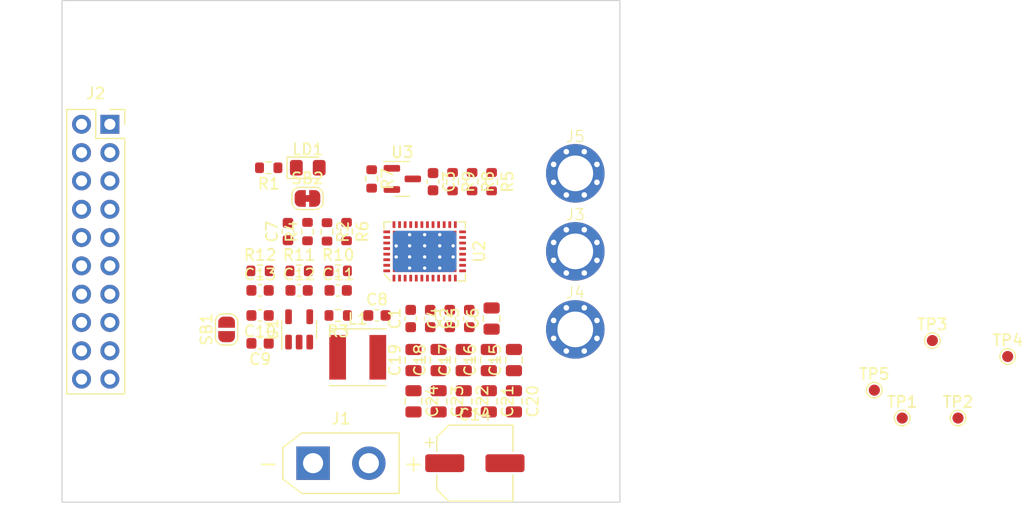
<source format=kicad_pcb>
(kicad_pcb (version 20221018) (generator pcbnew)
  (title_block (title "moco-BKD8316") (comment 1 "DRV8316 Breakout Board"))
  (layers (0 "F.Cu" signal) (31 "B.Cu" signal) (34 "B.Paste" user) (35 "F.Paste" user) (36 "B.SilkS" user "B.Silkscreen") (37 "F.SilkS" user "F.Silkscreen") (38 "B.Mask" user) (39 "F.Mask" user) (44 "Edge.Cuts" user))
  (net 0 "")
  (net 1 "Vdrive")
  (net 2 "GND")
  (net 3 "SO_A")
  (net 4 "SO_B")
  (net 5 "SO_C")
  (net 6 "VDD")
  (net 7 "VCC")
  (net 8 "PWM_H_A")
  (net 9 "PWM_L_A")
  (net 10 "PWM_H_B")
  (net 11 "PWM_L_B")
  (net 12 "PWM_H_C")
  (net 13 "PWM_L_C")
  (net 14 "DRVOFF")
  (net 15 "~{FAULT}")
  (net 16 "SPI_MOSI")
  (net 17 "SPI_MISO")
  (net 18 "SPI_SCLK")
  (net 19 "SPI_~{CS}")
  (net 20 "/OUT_A")
  (net 21 "/OUT_B")
  (net 22 "/OUT_C")
  (net 23 "Net-(U2-CPL)")
  (net 24 "~{SLEEP}")
  (net 25 "Net-(U2-CPH)")
  (net 26 "Net-(R8-Pad2)")
  (net 27 "Net-(U2-CP)")
  (net 28 "Net-(SB2-A)")
  (net 29 "Net-(SB1-A)")
  (net 30 "Net-(U2-SW_BK)")
  (net 31 "Net-(LD1-K)")
  (net 32 "Net-(U3-K)")
  (net 33 "Net-(U2-SOA)")
  (net 34 "Net-(U2-SOB)")
  (net 35 "Net-(U2-SOC)")
  (footprint "Capacitor_SMD:C_0805_2012Metric" (layer "F.Cu") (at 146.5 123.45 -90)
    (fp_text reference "C24" (at 0 -1.68 90) (layer "F.SilkS"))
    (fp_text value "22uF/50V")
    (fp_line (start -0.261252 -0.735) (end 0.261252 -0.735) (stroke (width 0.12)) (layer "F.SilkS"))
    (fp_line (start -0.261252 0.735) (end 0.261252 0.735) (stroke (width 0.12)) (layer "F.SilkS"))
    (pad "1" smd roundrect (at -0.95 0 270) (size 1 1.45) (layers "F.Cu" "F.Paste" "F.Mask") (net 1 "Vdrive"))
    (pad "2" smd roundrect (at 0.95 0 270) (size 1 1.45) (layers "F.Cu" "F.Paste" "F.Mask") (net 2 "GND"))
  )
  (footprint "Resistor_SMD:R_0603_1608Metric" (layer "F.Cu") (at 140.5 108.225 -90)
    (fp_text reference "R6" (at 0 -1.43 90) (layer "F.SilkS"))
    (fp_text value "10k")
    (fp_line (start -0.237258 -0.5225) (end 0.237258 -0.5225) (stroke (width 0.12)) (layer "F.SilkS"))
    (fp_line (start -0.237258 0.5225) (end 0.237258 0.5225) (stroke (width 0.12)) (layer "F.SilkS"))
    (pad "1" smd roundrect (at -0.825 0 270) (size 0.8 0.95) (layers "F.Cu" "F.Paste" "F.Mask") (net 7 "VCC"))
    (pad "2" smd roundrect (at 0.825 0 270) (size 0.8 0.95) (layers "F.Cu" "F.Paste" "F.Mask") (net 17 "SPI_MISO"))
  )
  (footprint "Capacitor_SMD:C_0603_1608Metric" (layer "F.Cu") (at 148.25 103.75 -90)
    (fp_text reference "C3" (at 0 -1.43 90) (layer "F.SilkS"))
    (fp_text value "1uF/6.3V")
    (fp_line (start -0.14058 -0.51) (end 0.14058 -0.51) (stroke (width 0.12)) (layer "F.SilkS"))
    (fp_line (start -0.14058 0.51) (end 0.14058 0.51) (stroke (width 0.12)) (layer "F.SilkS"))
    (pad "1" smd roundrect (at -0.775 0 270) (size 0.9 0.95) (layers "F.Cu" "F.Paste" "F.Mask") (net 2 "GND"))
    (pad "2" smd roundrect (at 0.775 0 270) (size 0.9 0.95) (layers "F.Cu" "F.Paste" "F.Mask") (net 6 "VDD"))
  )
  (footprint "moco:wire_3.2mm" (layer "F.Cu") (at 161 117)
    (fp_text reference "J4" (at 0 -3.3 unlocked) (layer "F.SilkS") (effects (font (thickness 0.1))))
    (fp_text value "Conn_01x01")
    (pad "1" thru_hole circle (at -1.940147 -0.803635 202.5) (size 0.85 0.85) (drill 0.5) (layers "*.Cu" "*.Mask") (net 20 "/OUT_A"))
    (pad "1" thru_hole circle (at -1.940147 0.803635 157.5) (size 0.85 0.85) (drill 0.5) (layers "*.Cu" "*.Mask") (net 20 "/OUT_A"))
    (pad "1" thru_hole circle (at -0.803635 -1.940147 157.5) (size 0.85 0.85) (drill 0.5) (layers "*.Cu" "*.Mask") (net 20 "/OUT_A"))
    (pad "1" thru_hole circle (at -0.803635 1.940147 202.5) (size 0.85 0.85) (drill 0.5) (layers "*.Cu" "*.Mask") (net 20 "/OUT_A"))
    (pad "1" thru_hole circle (at 0 0) (size 5.25 5.25) (drill 3.2) (layers "*.Cu" "*.Mask") (net 20 "/OUT_A"))
    (pad "1" thru_hole circle (at 0.803635 -1.940147 157.5) (size 0.85 0.85) (drill 0.5) (layers "*.Cu" "*.Mask") (net 20 "/OUT_A"))
    (pad "1" thru_hole circle (at 0.803635 1.940147 157.5) (size 0.85 0.85) (drill 0.5) (layers "*.Cu" "*.Mask") (net 20 "/OUT_A"))
    (pad "1" thru_hole circle (at 1.940147 -0.803635 112.5) (size 0.85 0.85) (drill 0.5) (layers "*.Cu" "*.Mask") (net 20 "/OUT_A"))
    (pad "1" thru_hole circle (at 1.940147 0.803635 202.5) (size 0.85 0.85) (drill 0.5) (layers "*.Cu" "*.Mask") (net 20 "/OUT_A"))
  )
  (footprint "Resistor_SMD:R_0603_1608Metric" (layer "F.Cu") (at 138.75 108.25 -90)
    (fp_text reference "R2" (at 0 -1.43 90) (layer "F.SilkS"))
    (fp_text value "DNI")
    (fp_line (start -0.237258 -0.5225) (end 0.237258 -0.5225) (stroke (width 0.12)) (layer "F.SilkS"))
    (fp_line (start -0.237258 0.5225) (end 0.237258 0.5225) (stroke (width 0.12)) (layer "F.SilkS"))
    (pad "1" smd roundrect (at -0.825 0 270) (size 0.8 0.95) (layers "F.Cu" "F.Paste" "F.Mask") (net 6 "VDD"))
    (pad "2" smd roundrect (at 0.825 0 270) (size 0.8 0.95) (layers "F.Cu" "F.Paste" "F.Mask") (net 28 "Net-(SB2-A)"))
  )
  (footprint "Capacitor_SMD:C_0805_2012Metric" (layer "F.Cu") (at 155.5 119.75 90)
    (fp_text reference "C15" (at 0 -1.68 90) (layer "F.SilkS"))
    (fp_text value "22uF/50V")
    (fp_line (start -0.261252 -0.735) (end 0.261252 -0.735) (stroke (width 0.12)) (layer "F.SilkS"))
    (fp_line (start -0.261252 0.735) (end 0.261252 0.735) (stroke (width 0.12)) (layer "F.SilkS"))
    (pad "1" smd roundrect (at -0.95 0 90) (size 1 1.45) (layers "F.Cu" "F.Paste" "F.Mask") (net 1 "Vdrive"))
    (pad "2" smd roundrect (at 0.95 0 90) (size 1 1.45) (layers "F.Cu" "F.Paste" "F.Mask") (net 2 "GND"))
  )
  (footprint "Capacitor_SMD:CP_Elec_6.3x7.7" (layer "F.Cu") (at 152 129)
    (fp_text reference "C14" (at 0 -4.35) (layer "F.SilkS"))
    (fp_text value "47uF/50V")
    (fp_line (start -4.4375 -1.8475) (end -3.65 -1.8475) (stroke (width 0.12)) (layer "F.SilkS"))
    (fp_line (start -4.04375 -2.24125) (end -4.04375 -1.45375) (stroke (width 0.12)) (layer "F.SilkS"))
    (fp_line (start -3.41 -2.345563) (end -3.41 -1.06) (stroke (width 0.12)) (layer "F.SilkS"))
    (fp_line (start -3.41 -2.345563) (end -2.345563 -3.41) (stroke (width 0.12)) (layer "F.SilkS"))
    (fp_line (start -3.41 2.345563) (end -3.41 1.06) (stroke (width 0.12)) (layer "F.SilkS"))
    (fp_line (start -3.41 2.345563) (end -2.345563 3.41) (stroke (width 0.12)) (layer "F.SilkS"))
    (fp_line (start -2.345563 -3.41) (end 3.41 -3.41) (stroke (width 0.12)) (layer "F.SilkS"))
    (fp_line (start -2.345563 3.41) (end 3.41 3.41) (stroke (width 0.12)) (layer "F.SilkS"))
    (fp_line (start 3.41 -3.41) (end 3.41 -1.06) (stroke (width 0.12)) (layer "F.SilkS"))
    (fp_line (start 3.41 3.41) (end 3.41 1.06) (stroke (width 0.12)) (layer "F.SilkS"))
    (pad "1" smd roundrect (at -2.7 0) (size 3.5 1.6) (layers "F.Cu" "F.Paste" "F.Mask") (roundrect_rratio 0.15625) (net 1 "Vdrive"))
    (pad "2" smd roundrect (at 2.7 0) (size 3.5 1.6) (layers "F.Cu" "F.Paste" "F.Mask") (roundrect_rratio 0.15625) (net 2 "GND"))
  )
  (footprint "Capacitor_SMD:C_0603_1608Metric" (layer "F.Cu") (at 132.75 115.75 180)
    (fp_text reference "C10" (at 0 -1.43) (layer "F.SilkS"))
    (fp_text value "1uF")
    (fp_line (start -0.14058 -0.51) (end 0.14058 -0.51) (stroke (width 0.12)) (layer "F.SilkS"))
    (fp_line (start -0.14058 0.51) (end 0.14058 0.51) (stroke (width 0.12)) (layer "F.SilkS"))
    (pad "1" smd roundrect (at -0.775 0 180) (size 0.9 0.95) (layers "F.Cu" "F.Paste" "F.Mask") (net 7 "VCC"))
    (pad "2" smd roundrect (at 0.775 0 180) (size 0.9 0.95) (layers "F.Cu" "F.Paste" "F.Mask") (net 2 "GND"))
  )
  (footprint "TestPoint:TestPoint_Pad_D1.0mm" (layer "F.Cu") (at 199.75 119.43)
    (fp_text reference "TP4" (at 0 -1.448) (layer "F.SilkS"))
    (fp_text value "V_{CC}")
    (fp_circle (center 0 0) (end 0 0.7) (stroke (width 0.12)) (fill none) (layer "F.SilkS"))
    (pad "1" smd circle (at 0 0) (size 1 1) (layers "F.Cu" "F.Mask") (net 7 "VCC"))
  )
  (footprint "TestPoint:TestPoint_Pad_D1.0mm" (layer "F.Cu") (at 195.3 124.95)
    (fp_text reference "TP2" (at 0 -1.448) (layer "F.SilkS"))
    (fp_text value "V_{DR}")
    (fp_circle (center 0 0) (end 0 0.7) (stroke (width 0.12)) (fill none) (layer "F.SilkS"))
    (pad "1" smd circle (at 0 0) (size 1 1) (layers "F.Cu" "F.Mask") (net 1 "Vdrive"))
  )
  (footprint "moco:wire_3.2mm" (layer "F.Cu") (at 161 110)
    (fp_text reference "J3" (at 0 -3.3 unlocked) (layer "F.SilkS") (effects (font (thickness 0.1))))
    (fp_text value "Conn_01x01")
    (pad "1" thru_hole circle (at -1.940147 -0.803635 202.5) (size 0.85 0.85) (drill 0.5) (layers "*.Cu" "*.Mask") (net 21 "/OUT_B"))
    (pad "1" thru_hole circle (at -1.940147 0.803635 157.5) (size 0.85 0.85) (drill 0.5) (layers "*.Cu" "*.Mask") (net 21 "/OUT_B"))
    (pad "1" thru_hole circle (at -0.803635 -1.940147 157.5) (size 0.85 0.85) (drill 0.5) (layers "*.Cu" "*.Mask") (net 21 "/OUT_B"))
    (pad "1" thru_hole circle (at -0.803635 1.940147 202.5) (size 0.85 0.85) (drill 0.5) (layers "*.Cu" "*.Mask") (net 21 "/OUT_B"))
    (pad "1" thru_hole circle (at 0 0) (size 5.25 5.25) (drill 3.2) (layers "*.Cu" "*.Mask") (net 21 "/OUT_B"))
    (pad "1" thru_hole circle (at 0.803635 -1.940147 157.5) (size 0.85 0.85) (drill 0.5) (layers "*.Cu" "*.Mask") (net 21 "/OUT_B"))
    (pad "1" thru_hole circle (at 0.803635 1.940147 157.5) (size 0.85 0.85) (drill 0.5) (layers "*.Cu" "*.Mask") (net 21 "/OUT_B"))
    (pad "1" thru_hole circle (at 1.940147 -0.803635 112.5) (size 0.85 0.85) (drill 0.5) (layers "*.Cu" "*.Mask") (net 21 "/OUT_B"))
    (pad "1" thru_hole circle (at 1.940147 0.803635 202.5) (size 0.85 0.85) (drill 0.5) (layers "*.Cu" "*.Mask") (net 21 "/OUT_B"))
  )
  (footprint "Resistor_SMD:R_0603_1608Metric" (layer "F.Cu") (at 132.75 111.75)
    (fp_text reference "R12" (at 0 -1.43) (layer "F.SilkS"))
    (fp_text value "330R")
    (fp_line (start -0.237258 -0.5225) (end 0.237258 -0.5225) (stroke (width 0.12)) (layer "F.SilkS"))
    (fp_line (start -0.237258 0.5225) (end 0.237258 0.5225) (stroke (width 0.12)) (layer "F.SilkS"))
    (pad "1" smd roundrect (at -0.825 0) (size 0.8 0.95) (layers "F.Cu" "F.Paste" "F.Mask") (net 5 "SO_C"))
    (pad "2" smd roundrect (at 0.825 0) (size 0.8 0.95) (layers "F.Cu" "F.Paste" "F.Mask") (net 35 "Net-(U2-SOC)"))
  )
  (footprint "MountingHole:MountingHole_3.2mm_M3" (layer "F.Cu") (at 119 128.5)
    (fp_text reference "H1" hide)
    (fp_text value "MountingHole" hide)
    (pad "" np_thru_hole circle (at 0 0) (size 3.2 3.2) (drill 3.2) (layers "*.Cu" "*.Mask"))
  )
  (footprint "Capacitor_SMD:C_0805_2012Metric" (layer "F.Cu") (at 155.5 123.45 -90)
    (fp_text reference "C20" (at 0 -1.68 90) (layer "F.SilkS"))
    (fp_text value "22uF/50V")
    (fp_line (start -0.261252 -0.735) (end 0.261252 -0.735) (stroke (width 0.12)) (layer "F.SilkS"))
    (fp_line (start -0.261252 0.735) (end 0.261252 0.735) (stroke (width 0.12)) (layer "F.SilkS"))
    (pad "1" smd roundrect (at -0.95 0 270) (size 1 1.45) (layers "F.Cu" "F.Paste" "F.Mask") (net 1 "Vdrive"))
    (pad "2" smd roundrect (at 0.95 0 270) (size 1 1.45) (layers "F.Cu" "F.Paste" "F.Mask") (net 2 "GND"))
  )
  (footprint "Capacitor_SMD:C_0603_1608Metric" (layer "F.Cu") (at 146.25 116.025 90)
    (fp_text reference "C1" (at 0 -1.43 90) (layer "F.SilkS"))
    (fp_text value "47nF/50V")
    (fp_line (start -0.14058 -0.51) (end 0.14058 -0.51) (stroke (width 0.12)) (layer "F.SilkS"))
    (fp_line (start -0.14058 0.51) (end 0.14058 0.51) (stroke (width 0.12)) (layer "F.SilkS"))
    (pad "1" smd roundrect (at -0.775 0 90) (size 0.9 0.95) (layers "F.Cu" "F.Paste" "F.Mask") (net 23 "Net-(U2-CPL)"))
    (pad "2" smd roundrect (at 0.775 0 90) (size 0.9 0.95) (layers "F.Cu" "F.Paste" "F.Mask") (net 25 "Net-(U2-CPH)"))
  )
  (footprint "Resistor_SMD:R_0603_1608Metric" (layer "F.Cu") (at 142.75 103.5 -90)
    (fp_text reference "R7" (at 0 -1.43 90) (layer "F.SilkS"))
    (fp_text value "2.7k")
    (fp_line (start -0.237258 -0.5225) (end 0.237258 -0.5225) (stroke (width 0.12)) (layer "F.SilkS"))
    (fp_line (start -0.237258 0.5225) (end 0.237258 0.5225) (stroke (width 0.12)) (layer "F.SilkS"))
    (pad "1" smd roundrect (at -0.825 0 270) (size 0.8 0.95) (layers "F.Cu" "F.Paste" "F.Mask") (net 1 "Vdrive"))
    (pad "2" smd roundrect (at 0.825 0 270) (size 0.8 0.95) (layers "F.Cu" "F.Paste" "F.Mask") (net 32 "Net-(U3-K)"))
  )
  (footprint "Resistor_SMD:R_0603_1608Metric" (layer "F.Cu") (at 151.75 103.75 -90)
    (fp_text reference "R8" (at 0 -1.43 90) (layer "F.SilkS"))
    (fp_text value "10k")
    (fp_line (start -0.237258 -0.5225) (end 0.237258 -0.5225) (stroke (width 0.12)) (layer "F.SilkS"))
    (fp_line (start -0.237258 0.5225) (end 0.237258 0.5225) (stroke (width 0.12)) (layer "F.SilkS"))
    (pad "1" smd roundrect (at -0.825 0 270) (size 0.8 0.95) (layers "F.Cu" "F.Paste" "F.Mask") (net 32 "Net-(U3-K)"))
    (pad "2" smd roundrect (at 0.825 0 270) (size 0.8 0.95) (layers "F.Cu" "F.Paste" "F.Mask") (net 26 "Net-(R8-Pad2)"))
  )
  (footprint "Capacitor_SMD:C_0603_1608Metric" (layer "F.Cu") (at 143.225 115.75)
    (fp_text reference "C8" (at 0 -1.43) (layer "F.SilkS"))
    (fp_text value "22uF")
    (fp_line (start -0.14058 -0.51) (end 0.14058 -0.51) (stroke (width 0.12)) (layer "F.SilkS"))
    (fp_line (start -0.14058 0.51) (end 0.14058 0.51) (stroke (width 0.12)) (layer "F.SilkS"))
    (pad "1" smd roundrect (at -0.775 0) (size 0.9 0.95) (layers "F.Cu" "F.Paste" "F.Mask") (net 2 "GND"))
    (pad "2" smd roundrect (at 0.775 0) (size 0.9 0.95) (layers "F.Cu" "F.Paste" "F.Mask") (net 29 "Net-(SB1-A)"))
  )
  (footprint "Capacitor_SMD:C_0603_1608Metric" (layer "F.Cu") (at 132.75 113.5)
    (fp_text reference "C13" (at 0 -1.43) (layer "F.SilkS"))
    (fp_text value "22pF")
    (fp_line (start -0.14058 -0.51) (end 0.14058 -0.51) (stroke (width 0.12)) (layer "F.SilkS"))
    (fp_line (start -0.14058 0.51) (end 0.14058 0.51) (stroke (width 0.12)) (layer "F.SilkS"))
    (pad "1" smd roundrect (at -0.775 0) (size 0.9 0.95) (layers "F.Cu" "F.Paste" "F.Mask") (net 5 "SO_C"))
    (pad "2" smd roundrect (at 0.775 0) (size 0.9 0.95) (layers "F.Cu" "F.Paste" "F.Mask") (net 2 "GND"))
  )
  (footprint "Capacitor_SMD:C_0603_1608Metric" (layer "F.Cu") (at 139.75 113.5)
    (fp_text reference "C11" (at 0 -1.43) (layer "F.SilkS"))
    (fp_text value "22pF")
    (fp_line (start -0.14058 -0.51) (end 0.14058 -0.51) (stroke (width 0.12)) (layer "F.SilkS"))
    (fp_line (start -0.14058 0.51) (end 0.14058 0.51) (stroke (width 0.12)) (layer "F.SilkS"))
    (pad "1" smd roundrect (at -0.775 0) (size 0.9 0.95) (layers "F.Cu" "F.Paste" "F.Mask") (net 3 "SO_A"))
    (pad "2" smd roundrect (at 0.775 0) (size 0.9 0.95) (layers "F.Cu" "F.Paste" "F.Mask") (net 2 "GND"))
  )
  (footprint "LED_SMD:LED_0805_2012Metric_Pad1.15x1.40mm_HandSolder" (layer "F.Cu") (at 137.025 102.5)
    (fp_text reference "LD1" (at 0 -1.65) (layer "F.SilkS"))
    (fp_text value "LED")
    (fp_line (start -1.86 -0.96) (end -1.86 0.96) (stroke (width 0.12)) (layer "F.SilkS"))
    (fp_line (start -1.86 0.96) (end 1 0.96) (stroke (width 0.12)) (layer "F.SilkS"))
    (fp_line (start 1 -0.96) (end -1.86 -0.96) (stroke (width 0.12)) (layer "F.SilkS"))
    (pad "1" smd roundrect (at -1.025 0) (size 1.15 1.4) (layers "F.Cu" "F.Paste" "F.Mask") (roundrect_rratio 0.217391) (net 31 "Net-(LD1-K)"))
    (pad "2" smd roundrect (at 1.025 0) (size 1.15 1.4) (layers "F.Cu" "F.Paste" "F.Mask") (roundrect_rratio 0.217391) (net 7 "VCC"))
  )
  (footprint "Connector_AMASS:AMASS_XT30UPB-M_1x02_P5.0mm_Vertical" (layer "F.Cu") (at 137.5 129)
    (fp_text reference "J1" (at 2.5 -4) (layer "F.SilkS"))
    (fp_text value "Conn_01x02")
    (fp_text user "+" (at 9 0) (layer "F.SilkS") (effects (font (size 1.5 1.5))))
    (fp_text user "-" (at -4 0) (layer "F.SilkS") (effects (font (size 1.5 1.5))))
    (fp_line (start -2.71 -1.41) (end -2.71 1.41) (stroke (width 0.12)) (layer "F.SilkS"))
    (fp_line (start -2.71 -1.41) (end -1.01 -2.71) (stroke (width 0.12)) (layer "F.SilkS"))
    (fp_line (start -2.71 1.41) (end -1.01 2.71) (stroke (width 0.12)) (layer "F.SilkS"))
    (fp_line (start -1.01 -2.71) (end 7.71 -2.71) (stroke (width 0.12)) (layer "F.SilkS"))
    (fp_line (start -1.01 2.71) (end 7.71 2.71) (stroke (width 0.12)) (layer "F.SilkS"))
    (fp_line (start 7.71 -2.71) (end 7.71 2.71) (stroke (width 0.12)) (layer "F.SilkS"))
    (pad "1" thru_hole rect (at 0 0) (size 3 3) (drill 1.8) (layers "*.Cu" "*.Mask") (net 2 "GND"))
    (pad "2" thru_hole circle (at 5 0) (size 3 3) (drill 1.8) (layers "*.Cu" "*.Mask") (net 1 "Vdrive"))
  )
  (footprint "Resistor_SMD:R_0603_1608Metric" (layer "F.Cu") (at 139.75 111.75)
    (fp_text reference "R10" (at 0 -1.43) (layer "F.SilkS"))
    (fp_text value "330R")
    (fp_line (start -0.237258 -0.5225) (end 0.237258 -0.5225) (stroke (width 0.12)) (layer "F.SilkS"))
    (fp_line (start -0.237258 0.5225) (end 0.237258 0.5225) (stroke (width 0.12)) (layer "F.SilkS"))
    (pad "1" smd roundrect (at -0.825 0) (size 0.8 0.95) (layers "F.Cu" "F.Paste" "F.Mask") (net 3 "SO_A"))
    (pad "2" smd roundrect (at 0.825 0) (size 0.8 0.95) (layers "F.Cu" "F.Paste" "F.Mask") (net 33 "Net-(U2-SOA)"))
  )
  (footprint "Capacitor_SMD:C_0805_2012Metric" (layer "F.Cu") (at 148.75 119.75 90)
    (fp_text reference "C18" (at 0 -1.68 90) (layer "F.SilkS"))
    (fp_text value "22uF/50V")
    (fp_line (start -0.261252 -0.735) (end 0.261252 -0.735) (stroke (width 0.12)) (layer "F.SilkS"))
    (fp_line (start -0.261252 0.735) (end 0.261252 0.735) (stroke (width 0.12)) (layer "F.SilkS"))
    (pad "1" smd roundrect (at -0.95 0 90) (size 1 1.45) (layers "F.Cu" "F.Paste" "F.Mask") (net 1 "Vdrive"))
    (pad "2" smd roundrect (at 0.95 0 90) (size 1 1.45) (layers "F.Cu" "F.Paste" "F.Mask") (net 2 "GND"))
  )
  (footprint "Capacitor_SMD:C_0805_2012Metric" (layer "F.Cu") (at 151 123.45 -90)
    (fp_text reference "C22" (at 0 -1.68 90) (layer "F.SilkS"))
    (fp_text value "22uF/50V")
    (fp_line (start -0.261252 -0.735) (end 0.261252 -0.735) (stroke (width 0.12)) (layer "F.SilkS"))
    (fp_line (start -0.261252 0.735) (end 0.261252 0.735) (stroke (width 0.12)) (layer "F.SilkS"))
    (pad "1" smd roundrect (at -0.95 0 270) (size 1 1.45) (layers "F.Cu" "F.Paste" "F.Mask") (net 1 "Vdrive"))
    (pad "2" smd roundrect (at 0.95 0 270) (size 1 1.45) (layers "F.Cu" "F.Paste" "F.Mask") (net 2 "GND"))
  )
  (footprint "Connector_PinSocket_2.54mm:PinSocket_2x10_P2.54mm_Vertical" (layer "F.Cu") (at 119.29 98.6)
    (fp_text reference "J2" (at -1.27 -2.77) (layer "F.SilkS"))
    (fp_text value "Conn_02x10_Odd_Even")
    (fp_line (start -3.87 -1.33) (end -3.87 24.19) (stroke (width 0.12)) (layer "F.SilkS"))
    (fp_line (start -3.87 -1.33) (end -1.27 -1.33) (stroke (width 0.12)) (layer "F.SilkS"))
    (fp_line (start -3.87 24.19) (end 1.33 24.19) (stroke (width 0.12)) (layer "F.SilkS"))
    (fp_line (start -1.27 -1.33) (end -1.27 1.27) (stroke (width 0.12)) (layer "F.SilkS"))
    (fp_line (start -1.27 1.27) (end 1.33 1.27) (stroke (width 0.12)) (layer "F.SilkS"))
    (fp_line (start 0 -1.33) (end 1.33 -1.33) (stroke (width 0.12)) (layer "F.SilkS"))
    (fp_line (start 1.33 -1.33) (end 1.33 0) (stroke (width 0.12)) (layer "F.SilkS"))
    (fp_line (start 1.33 1.27) (end 1.33 24.19) (stroke (width 0.12)) (layer "F.SilkS"))
    (pad "1" thru_hole rect (at 0 0) (size 1.7 1.7) (drill 1) (layers "*.Cu" "*.Mask") (net 7 "VCC"))
    (pad "2" thru_hole oval (at -2.54 0) (size 1.7 1.7) (drill 1) (layers "*.Cu" "*.Mask") (net 2 "GND"))
    (pad "3" thru_hole oval (at 0 2.54) (size 1.7 1.7) (drill 1) (layers "*.Cu" "*.Mask") (net 7 "VCC"))
    (pad "4" thru_hole oval (at -2.54 2.54) (size 1.7 1.7) (drill 1) (layers "*.Cu" "*.Mask") (net 2 "GND"))
    (pad "5" thru_hole oval (at 0 5.08) (size 1.7 1.7) (drill 1) (layers "*.Cu" "*.Mask") (net 8 "PWM_H_A"))
    (pad "6" thru_hole oval (at -2.54 5.08) (size 1.7 1.7) (drill 1) (layers "*.Cu" "*.Mask") (net 9 "PWM_L_A"))
    (pad "7" thru_hole oval (at 0 7.62) (size 1.7 1.7) (drill 1) (layers "*.Cu" "*.Mask") (net 10 "PWM_H_B"))
    (pad "8" thru_hole oval (at -2.54 7.62) (size 1.7 1.7) (drill 1) (layers "*.Cu" "*.Mask") (net 11 "PWM_L_B"))
    (pad "9" thru_hole oval (at 0 10.16) (size 1.7 1.7) (drill 1) (layers "*.Cu" "*.Mask") (net 12 "PWM_H_C"))
    (pad "10" thru_hole oval (at -2.54 10.16) (size 1.7 1.7) (drill 1) (layers "*.Cu" "*.Mask") (net 13 "PWM_L_C"))
    (pad "11" thru_hole oval (at 0 12.7) (size 1.7 1.7) (drill 1) (layers "*.Cu" "*.Mask") (net 14 "DRVOFF"))
    (pad "12" thru_hole oval (at -2.54 12.7) (size 1.7 1.7) (drill 1) (layers "*.Cu" "*.Mask") (net 15 "~{FAULT}"))
    (pad "13" thru_hole oval (at 0 15.24) (size 1.7 1.7) (drill 1) (layers "*.Cu" "*.Mask") (net 16 "SPI_MOSI"))
    (pad "14" thru_hole oval (at -2.54 15.24) (size 1.7 1.7) (drill 1) (layers "*.Cu" "*.Mask") (net 6 "VDD"))
    (pad "15" thru_hole oval (at 0 17.78) (size 1.7 1.7) (drill 1) (layers "*.Cu" "*.Mask") (net 17 "SPI_MISO"))
    (pad "16" thru_hole oval (at -2.54 17.78) (size 1.7 1.7) (drill 1) (layers "*.Cu" "*.Mask") (net 3 "SO_A"))
    (pad "17" thru_hole oval (at 0 20.32) (size 1.7 1.7) (drill 1) (layers "*.Cu" "*.Mask") (net 18 "SPI_SCLK"))
    (pad "18" thru_hole oval (at -2.54 20.32) (size 1.7 1.7) (drill 1) (layers "*.Cu" "*.Mask") (net 4 "SO_B"))
    (pad "19" thru_hole oval (at 0 22.86) (size 1.7 1.7) (drill 1) (layers "*.Cu" "*.Mask") (net 19 "SPI_~{CS}"))
    (pad "20" thru_hole oval (at -2.54 22.86) (size 1.7 1.7) (drill 1) (layers "*.Cu" "*.Mask") (net 5 "SO_C"))
  )
  (footprint "Resistor_SMD:R_0603_1608Metric" (layer "F.Cu") (at 153.5 103.75 -90)
    (fp_text reference "R5" (at 0 -1.43 90) (layer "F.SilkS"))
    (fp_text value "10k")
    (fp_line (start -0.237258 -0.5225) (end 0.237258 -0.5225) (stroke (width 0.12)) (layer "F.SilkS"))
    (fp_line (start -0.237258 0.5225) (end 0.237258 0.5225) (stroke (width 0.12)) (layer "F.SilkS"))
    (pad "1" smd roundrect (at -0.825 0 270) (size 0.8 0.95) (layers "F.Cu" "F.Paste" "F.Mask") (net 7 "VCC"))
    (pad "2" smd roundrect (at 0.825 0 270) (size 0.8 0.95) (layers "F.Cu" "F.Paste" "F.Mask") (net 15 "~{FAULT}"))
  )
  (footprint "Capacitor_SMD:C_0603_1608Metric" (layer "F.Cu") (at 135.25 108.225 90)
    (fp_text reference "C7" (at 0 -1.43 90) (layer "F.SilkS"))
    (fp_text value "100nF/6.3V")
    (fp_line (start -0.14058 -0.51) (end 0.14058 -0.51) (stroke (width 0.12)) (layer "F.SilkS"))
    (fp_line (start -0.14058 0.51) (end 0.14058 0.51) (stroke (width 0.12)) (layer "F.SilkS"))
    (pad "1" smd roundrect (at -0.775 0 90) (size 0.9 0.95) (layers "F.Cu" "F.Paste" "F.Mask") (net 28 "Net-(SB2-A)"))
    (pad "2" smd roundrect (at 0.775 0 90) (size 0.9 0.95) (layers "F.Cu" "F.Paste" "F.Mask") (net 2 "GND"))
  )
  (footprint "Resistor_SMD:R_0603_1608Metric" (layer "F.Cu") (at 137 108.225 90)
    (fp_text reference "R4" (at 0 -1.43 90) (layer "F.SilkS"))
    (fp_text value "DNI")
    (fp_line (start -0.237258 -0.5225) (end 0.237258 -0.5225) (stroke (width 0.12)) (layer "F.SilkS"))
    (fp_line (start -0.237258 0.5225) (end 0.237258 0.5225) (stroke (width 0.12)) (layer "F.SilkS"))
    (pad "1" smd roundrect (at -0.825 0 90) (size 0.8 0.95) (layers "F.Cu" "F.Paste" "F.Mask") (net 28 "Net-(SB2-A)"))
    (pad "2" smd roundrect (at 0.825 0 90) (size 0.8 0.95) (layers "F.Cu" "F.Paste" "F.Mask") (net 2 "GND"))
  )
  (footprint "moco:VQFN-40_RGF_5x7mm_0.5mm_pitch_thermalpad" (layer "F.Cu") (at 147.5 110 90)
    (fp_text reference "U2" (at 0 4.9 90 unlocked) (layer "F.SilkS"))
    (fp_text value "DRV8316CR")
    (fp_line (start -2.65 3.65) (end -2.65 3) (stroke (width 0.12)) (layer "F.SilkS"))
    (fp_line (start -2.1 -3.6) (end -2.65 -3.05) (stroke (width 0.12)) (layer "F.SilkS"))
    (fp_line (start -2.1 -3.6) (end -2 -3.6) (stroke (width 0.12)) (layer "F.SilkS"))
    (fp_line (start -2 3.65) (end -2.65 3.65) (stroke (width 0.12)) (layer "F.SilkS"))
    (fp_line (start 2 -3.65) (end 2.65 -3.65) (stroke (width 0.12)) (layer "F.SilkS"))
    (fp_line (start 2.65 -3.65) (end 2.65 -3) (stroke (width 0.12)) (layer "F.SilkS"))
    (fp_line (start 2.65 3) (end 2.65 3.65) (stroke (width 0.12)) (layer "F.SilkS"))
    (fp_line (start 2.65 3.65) (end 2 3.65) (stroke (width 0.12)) (layer "F.SilkS"))
    (pad "1" smd roundrect (at -2.4 -2.75 90) (size 0.6 0.25) (layers "F.Cu" "F.Paste" "F.Mask") (roundrect_rratio 0.15))
    (pad "2" smd roundrect (at -2.4 -2.25 90) (size 0.6 0.25) (layers "F.Cu" "F.Paste" "F.Mask") (roundrect_rratio 0.15) (net 2 "GND"))
    (pad "3" smd roundrect (at -2.4 -1.75 90) (size 0.6 0.25) (layers "F.Cu" "F.Paste" "F.Mask") (roundrect_rratio 0.15) (net 29 "Net-(SB1-A)"))
    (pad "4" smd roundrect (at -2.4 -1.25 90) (size 0.6 0.25) (layers "F.Cu" "F.Paste" "F.Mask") (roundrect_rratio 0.15) (net 2 "GND"))
    (pad "5" smd roundrect (at -2.4 -0.75 90) (size 0.6 0.25) (layers "F.Cu" "F.Paste" "F.Mask") (roundrect_rratio 0.15) (net 30 "Net-(U2-SW_BK)"))
    (pad "6" smd roundrect (at -2.4 -0.25 90) (size 0.6 0.25) (layers "F.Cu" "F.Paste" "F.Mask") (roundrect_rratio 0.15) (net 23 "Net-(U2-CPL)"))
    (pad "7" smd roundrect (at -2.4 0.25 90) (size 0.6 0.25) (layers "F.Cu" "F.Paste" "F.Mask") (roundrect_rratio 0.15) (net 25 "Net-(U2-CPH)"))
    (pad "8" smd roundrect (at -2.4 0.75 90) (size 0.6 0.25) (layers "F.Cu" "F.Paste" "F.Mask") (roundrect_rratio 0.15) (net 27 "Net-(U2-CP)"))
    (pad "9" smd roundrect (at -2.4 1.25 90) (size 0.6 0.25) (layers "F.Cu" "F.Paste" "F.Mask") (roundrect_rratio 0.15) (net 1 "Vdrive"))
    (pad "10" smd roundrect (at -2.4 1.75 90) (size 0.6 0.25) (layers "F.Cu" "F.Paste" "F.Mask") (roundrect_rratio 0.15) (net 1 "Vdrive"))
    (pad "11" smd roundrect (at -2.4 2.25 90) (size 0.6 0.25) (layers "F.Cu" "F.Paste" "F.Mask") (roundrect_rratio 0.15) (net 1 "Vdrive"))
    (pad "12" smd roundrect (at -2.4 2.75 90) (size 0.6 0.25) (layers "F.Cu" "F.Paste" "F.Mask") (roundrect_rratio 0.15) (net 2 "GND"))
    (pad "13" smd roundrect (at -1.75 3.4 180) (size 0.6 0.25) (layers "F.Cu" "F.Paste" "F.Mask") (roundrect_rratio 0.15) (net 20 "/OUT_A"))
    (pad "14" smd roundrect (at -1.25 3.4 180) (size 0.6 0.25) (layers "F.Cu" "F.Paste" "F.Mask") (roundrect_rratio 0.15) (net 20 "/OUT_A"))
    (pad "15" smd roundrect (at -0.75 3.4 180) (size 0.6 0.25) (layers "F.Cu" "F.Paste" "F.Mask") (roundrect_rratio 0.15) (net 2 "GND"))
    (pad "16" smd roundrect (at -0.25 3.4 180) (size 0.6 0.25) (layers "F.Cu" "F.Paste" "F.Mask") (roundrect_rratio 0.15) (net 21 "/OUT_B"))
    (pad "17" smd roundrect (at 0.25 3.4 180) (size 0.6 0.25) (layers "F.Cu" "F.Paste" "F.Mask") (roundrect_rratio 0.15) (net 21 "/OUT_B"))
    (pad "18" smd roundrect (at 0.75 3.4 180) (size 0.6 0.25) (layers "F.Cu" "F.Paste" "F.Mask") (roundrect_rratio 0.15) (net 2 "GND"))
    (pad "19" smd roundrect (at 1.25 3.4 180) (size 0.6 0.25) (layers "F.Cu" "F.Paste" "F.Mask") (roundrect_rratio 0.15) (net 22 "/OUT_C"))
    (pad "20" smd roundrect (at 1.75 3.4 180) (size 0.6 0.25) (layers "F.Cu" "F.Paste" "F.Mask") (roundrect_rratio 0.15) (net 22 "/OUT_C"))
    (pad "21" smd roundrect (at 2.4 2.75 270) (size 0.6 0.25) (layers "F.Cu" "F.Paste" "F.Mask") (roundrect_rratio 0.15) (net 14 "DRVOFF"))
    (pad "22" smd roundrect (at 2.4 2.25 270) (size 0.6 0.25) (layers "F.Cu" "F.Paste" "F.Mask") (roundrect_rratio 0.15) (net 15 "~{FAULT}"))
    (pad "23" smd roundrect (at 2.4 1.75 270) (size 0.6 0.25) (layers "F.Cu" "F.Paste" "F.Mask") (roundrect_rratio 0.15) (net 24 "~{SLEEP}"))
    (pad "24" smd roundrect (at 2.4 1.25 270) (size 0.6 0.25) (layers "F.Cu" "F.Paste" "F.Mask") (roundrect_rratio 0.15))
    (pad "25" smd roundrect (at 2.4 0.75 270) (size 0.6 0.25) (layers "F.Cu" "F.Paste" "F.Mask") (roundrect_rratio 0.15) (net 6 "VDD"))
    (pad "26" smd roundrect (at 2.4 0.25 270) (size 0.6 0.25) (layers "F.Cu" "F.Paste" "F.Mask") (roundrect_rratio 0.15) (net 2 "GND"))
    (pad "27" smd roundrect (at 2.4 -0.25 270) (size 0.6 0.25) (layers "F.Cu" "F.Paste" "F.Mask") (roundrect_rratio 0.15) (net 8 "PWM_H_A"))
    (pad "28" smd roundrect (at 2.4 -0.75 270) (size 0.6 0.25) (layers "F.Cu" "F.Paste" "F.Mask") (roundrect_rratio 0.15) (net 9 "PWM_L_A"))
    (pad "29" smd roundrect (at 2.4 -1.25 270) (size 0.6 0.25) (layers "F.Cu" "F.Paste" "F.Mask") (roundrect_rratio 0.15) (net 10 "PWM_H_B"))
    (pad "30" smd roundrect (at 2.4 -1.75 270) (size 0.6 0.25) (layers "F.Cu" "F.Paste" "F.Mask") (roundrect_rratio 0.15) (net 11 "PWM_L_B"))
    (pad "31" smd roundrect (at 2.4 -2.25 270) (size 0.6 0.25) (layers "F.Cu" "F.Paste" "F.Mask") (roundrect_rratio 0.15) (net 12 "PWM_H_C"))
    (pad "32" smd roundrect (at 2.4 -2.75 270) (size 0.6 0.25) (layers "F.Cu" "F.Paste" "F.Mask") (roundrect_rratio 0.15) (net 13 "PWM_L_C"))
    (pad "33" smd roundrect (at 1.75 -3.4) (size 0.6 0.25) (layers "F.Cu" "F.Paste" "F.Mask") (roundrect_rratio 0.15) (net 17 "SPI_MISO"))
    (pad "34" smd roundrect (at 1.25 -3.4) (size 0.6 0.25) (layers "F.Cu" "F.Paste" "F.Mask") (roundrect_rratio 0.15) (net 16 "SPI_MOSI"))
    (pad "35" smd roundrect (at 0.75 -3.4) (size 0.6 0.25) (layers "F.Cu" "F.Paste" "F.Mask") (roundrect_rratio 0.15) (net 18 "SPI_SCLK"))
    (pad "36" smd roundrect (at 0.25 -3.4) (size 0.6 0.25) (layers "F.Cu" "F.Paste" "F.Mask") (roundrect_rratio 0.15) (net 19 "SPI_~{CS}"))
    (pad "37" smd roundrect (at -0.25 -3.4) (size 0.6 0.25) (layers "F.Cu" "F.Paste" "F.Mask") (roundrect_rratio 0.15) (net 28 "Net-(SB2-A)"))
    (pad "38" smd roundrect (at -0.75 -3.4) (size 0.6 0.25) (layers "F.Cu" "F.Paste" "F.Mask") (roundrect_rratio 0.15) (net 35 "Net-(U2-SOC)"))
    (pad "39" smd roundrect (at -1.25 -3.4) (size 0.6 0.25) (layers "F.Cu" "F.Paste" "F.Mask") (roundrect_rratio 0.15) (net 34 "Net-(U2-SOB)"))
    (pad "40" smd roundrect (at -1.75 -3.4) (size 0.6 0.25) (layers "F.Cu" "F.Paste" "F.Mask") (roundrect_rratio 0.15) (net 33 "Net-(U2-SOA)"))
    (pad "41" thru_hole circle (at -1.5 -1.35) (size 0.56 0.56) (drill 0.3) (layers "*.Cu" "*.Mask") (net 2 "GND"))
    (pad "41" thru_hole circle (at -1.5 0) (size 0.56 0.56) (drill 0.3) (layers "*.Cu" "*.Mask") (net 2 "GND"))
    (pad "41" thru_hole circle (at -1.5 1.35) (size 0.56 0.56) (drill 0.3) (layers "*.Cu" "*.Mask") (net 2 "GND"))
    (pad "41" thru_hole circle (at -0.5 -2.55) (size 0.56 0.56) (drill 0.3) (layers "*.Cu" "*.Mask") (net 2 "GND"))
    (pad "41" thru_hole circle (at -0.5 0) (size 0.56 0.56) (drill 0.3) (layers "*.Cu" "*.Mask") (net 2 "GND"))
    (pad "41" thru_hole circle (at -0.5 1.35) (size 0.56 0.56) (drill 0.3) (layers "*.Cu" "*.Mask") (net 2 "GND"))
    (pad "41" thru_hole circle (at -0.5 2.55) (size 0.56 0.56) (drill 0.3) (layers "*.Cu" "*.Mask") (net 2 "GND"))
    (pad "41" thru_hole circle (at -0.49221 -1.35) (size 0.56 0.56) (drill 0.3) (layers "*.Cu" "*.Mask") (net 2 "GND"))
    (pad "41" smd trapezoid (at 0 0 180) (size 5.7 3.7) (layers "F.Cu" "F.Mask") (net 2 "GND"))
    (pad "41" smd roundrect (at 0 0) (size 5.7 3.7) (layers "B.Cu" "B.Mask") (roundrect_rratio 0.1) (net 2 "GND"))
    (pad "41" thru_hole circle (at 0.492258 -2.55) (size 0.56 0.56) (drill 0.3) (layers "*.Cu" "*.Mask") (net 2 "GND"))
    (pad "41" thru_hole circle (at 0.5 -1.35) (size 0.56 0.56) (drill 0.3) (layers "*.Cu" "*.Mask") (net 2 "GND"))
    (pad "41" thru_hole circle (at 0.5 0) (size 0.56 0.56) (drill 0.3) (layers "*.Cu" "*.Mask") (net 2 "GND"))
    (pad "41" thru_hole circle (at 0.5 1.35) (size 0.56 0.56) (drill 0.3) (layers "*.Cu" "*.Mask") (net 2 "GND"))
    (pad "41" thru_hole circle (at 0.5 2.55) (size 0.56 0.56) (drill 0.3) (layers "*.Cu" "*.Mask") (net 2 "GND"))
    (pad "41" thru_hole circle (at 1.5 -1.35) (size 0.56 0.56) (drill 0.3) (layers "*.Cu" "*.Mask") (net 2 "GND"))
    (pad "41" thru_hole circle (at 1.5 0) (size 0.56 0.56) (drill 0.3) (layers "*.Cu" "*.Mask") (net 2 "GND"))
    (pad "41" thru_hole circle (at 1.5 1.35) (size 0.56 0.56) (drill 0.3) (layers "*.Cu" "*.Mask") (net 2 "GND"))
  )
  (footprint "Capacitor_SMD:C_0603_1608Metric" (layer "F.Cu") (at 132.75 118.25 180)
    (fp_text reference "C9" (at 0 -1.43) (layer "F.SilkS"))
    (fp_text value "1uF")
    (fp_line (start -0.14058 -0.51) (end 0.14058 -0.51) (stroke (width 0.12)) (layer "F.SilkS"))
    (fp_line (start -0.14058 0.51) (end 0.14058 0.51) (stroke (width 0.12)) (layer "F.SilkS"))
    (pad "1" smd roundrect (at -0.775 0 180) (size 0.9 0.95) (layers "F.Cu" "F.Paste" "F.Mask") (net 29 "Net-(SB1-A)"))
    (pad "2" smd roundrect (at 0.775 0 180) (size 0.9 0.95) (layers "F.Cu" "F.Paste" "F.Mask") (net 2 "GND"))
  )
  (footprint "MountingHole:MountingHole_3.2mm_M3" (layer "F.Cu") (at 119 91.5)
    (fp_text reference "H4" hide)
    (fp_text value "MountingHole" hide)
    (pad "" np_thru_hole circle (at 0 0) (size 3.2 3.2) (drill 3.2) (layers "*.Cu" "*.Mask"))
  )
  (footprint "TestPoint:TestPoint_Pad_D1.0mm" (layer "F.Cu") (at 190.3 124.95)
    (fp_text reference "TP1" (at 0 -1.448) (layer "F.SilkS"))
    (fp_text value "V_{DD}")
    (fp_circle (center 0 0) (end 0 0.7) (stroke (width 0.12)) (fill none) (layer "F.SilkS"))
    (pad "1" smd circle (at 0 0) (size 1 1) (layers "F.Cu" "F.Mask") (net 6 "VDD"))
  )
  (footprint "Package_TO_SOT_SMD:SOT-23" (layer "F.Cu") (at 145.5 103.5)
    (fp_text reference "U3" (at 0 -2.4) (layer "F.SilkS"))
    (fp_text value "LM4040D33FTA")
    (fp_line (start 0 -1.56) (end -1.675 -1.56) (stroke (width 0.12)) (layer "F.SilkS"))
    (fp_line (start 0 -1.56) (end 0.65 -1.56) (stroke (width 0.12)) (layer "F.SilkS"))
    (fp_line (start 0 1.56) (end -0.65 1.56) (stroke (width 0.12)) (layer "F.SilkS"))
    (fp_line (start 0 1.56) (end 0.65 1.56) (stroke (width 0.12)) (layer "F.SilkS"))
    (pad "1" smd roundrect (at -0.9375 -0.95) (size 1.475 0.6) (layers "F.Cu" "F.Paste" "F.Mask") (net 32 "Net-(U3-K)"))
    (pad "2" smd roundrect (at -0.9375 0.95) (size 1.475 0.6) (layers "F.Cu" "F.Paste" "F.Mask") (net 2 "GND"))
    (pad "3" smd roundrect (at 0.9375 0) (size 1.475 0.6) (layers "F.Cu" "F.Paste" "F.Mask"))
  )
  (footprint "moco:wire_3.2mm" (layer "F.Cu") (at 161 103)
    (fp_text reference "J5" (at 0 -3.3 unlocked) (layer "F.SilkS") (effects (font (thickness 0.1))))
    (fp_text value "Conn_01x01")
    (pad "1" thru_hole circle (at -1.940147 -0.803635 202.5) (size 0.85 0.85) (drill 0.5) (layers "*.Cu" "*.Mask") (net 22 "/OUT_C"))
    (pad "1" thru_hole circle (at -1.940147 0.803635 157.5) (size 0.85 0.85) (drill 0.5) (layers "*.Cu" "*.Mask") (net 22 "/OUT_C"))
    (pad "1" thru_hole circle (at -0.803635 -1.940147 157.5) (size 0.85 0.85) (drill 0.5) (layers "*.Cu" "*.Mask") (net 22 "/OUT_C"))
    (pad "1" thru_hole circle (at -0.803635 1.940147 202.5) (size 0.85 0.85) (drill 0.5) (layers "*.Cu" "*.Mask") (net 22 "/OUT_C"))
    (pad "1" thru_hole circle (at 0 0) (size 5.25 5.25) (drill 3.2) (layers "*.Cu" "*.Mask") (net 22 "/OUT_C"))
    (pad "1" thru_hole circle (at 0.803635 -1.940147 157.5) (size 0.85 0.85) (drill 0.5) (layers "*.Cu" "*.Mask") (net 22 "/OUT_C"))
    (pad "1" thru_hole circle (at 0.803635 1.940147 157.5) (size 0.85 0.85) (drill 0.5) (layers "*.Cu" "*.Mask") (net 22 "/OUT_C"))
    (pad "1" thru_hole circle (at 1.940147 -0.803635 112.5) (size 0.85 0.85) (drill 0.5) (layers "*.Cu" "*.Mask") (net 22 "/OUT_C"))
    (pad "1" thru_hole circle (at 1.940147 0.803635 202.5) (size 0.85 0.85) (drill 0.5) (layers "*.Cu" "*.Mask") (net 22 "/OUT_C"))
  )
  (footprint "Capacitor_SMD:C_0603_1608Metric" (layer "F.Cu") (at 149.75 116.025 90)
    (fp_text reference "C4" (at 0 -1.43 90) (layer "F.SilkS"))
    (fp_text value "100nF/50V")
    (fp_line (start -0.14058 -0.51) (end 0.14058 -0.51) (stroke (width 0.12)) (layer "F.SilkS"))
    (fp_line (start -0.14058 0.51) (end 0.14058 0.51) (stroke (width 0.12)) (layer "F.SilkS"))
    (pad "1" smd roundrect (at -0.775 0 90) (size 0.9 0.95) (layers "F.Cu" "F.Paste" "F.Mask") (net 2 "GND"))
    (pad "2" smd roundrect (at 0.775 0 90) (size 0.9 0.95) (layers "F.Cu" "F.Paste" "F.Mask") (net 1 "Vdrive"))
  )
  (footprint "Jumper:SolderJumper-2_P1.3mm_Open_RoundedPad1.0x1.5mm" (layer "F.Cu") (at 129.75 117 90)
    (fp_text reference "SB1" (at 0 -1.8 90) (layer "F.SilkS"))
    (fp_text value "SolderJumper_2_Open")
    (fp_line (start -1.4 0.3) (end -1.4 -0.3) (stroke (width 0.12)) (layer "F.SilkS"))
    (fp_line (start -0.7 -1) (end 0.7 -1) (stroke (width 0.12)) (layer "F.SilkS"))
    (fp_line (start 0.7 1) (end -0.7 1) (stroke (width 0.12)) (layer "F.SilkS"))
    (fp_line (start 1.4 -0.3) (end 1.4 0.3) (stroke (width 0.12)) (layer "F.SilkS"))
    (fp_arc (start -1.4 -0.3) (mid -1.194975 -0.794975) (end -0.7 -1) (stroke (width 0.12)) (layer "F.SilkS"))
    (fp_arc (start -0.7 1) (mid -1.194975 0.794975) (end -1.4 0.3) (stroke (width 0.12)) (layer "F.SilkS"))
    (fp_arc (start 0.7 -1) (mid 1.194975 -0.794975) (end 1.4 -0.3) (stroke (width 0.12)) (layer "F.SilkS"))
    (fp_arc (start 1.4 0.3) (mid 1.194975 0.794975) (end 0.7 1) (stroke (width 0.12)) (layer "F.SilkS"))
    (pad "1" smd custom (at -0.65 0 90) (size 1 0.5) (layers "F.Cu" "F.Mask") (net 29 "Net-(SB1-A)") (options (clearance outline) (anchor rect)) (primitives (gr_circle (center 0 0.25) (end 0.5 0.25) (width 0) (fill yes)) (gr_circle (center 0 -0.25) (end 0.5 -0.25) (width 0) (fill yes)) (gr_poly (pts (xy 0.5 0.75) (xy 0 0.75) (xy 0 -0.75) (xy 0.5 -0.75)) (width 0) (fill yes))))
    (pad "2" smd custom (at 0.65 0 90) (size 1 0.5) (layers "F.Cu" "F.Mask") (net 7 "VCC") (options (clearance outline) (anchor rect)) (primitives (gr_circle (center 0 0.25) (end 0.5 0.25) (width 0) (fill yes)) (gr_circle (center 0 -0.25) (end 0.5 -0.25) (width 0) (fill yes)) (gr_poly (pts (xy 0 0.75) (xy -0.5 0.75) (xy -0.5 -0.75) (xy 0 -0.75)) (width 0) (fill yes))))
  )
  (footprint "Capacitor_SMD:C_0603_1608Metric" (layer "F.Cu") (at 151.5 116.025 90)
    (fp_text reference "C5" (at 0 -1.43 90) (layer "F.SilkS"))
    (fp_text value "100nF/50V")
    (fp_line (start -0.14058 -0.51) (end 0.14058 -0.51) (stroke (width 0.12)) (layer "F.SilkS"))
    (fp_line (start -0.14058 0.51) (end 0.14058 0.51) (stroke (width 0.12)) (layer "F.SilkS"))
    (pad "1" smd roundrect (at -0.775 0 90) (size 0.9 0.95) (layers "F.Cu" "F.Paste" "F.Mask") (net 2 "GND"))
    (pad "2" smd roundrect (at 0.775 0 90) (size 0.9 0.95) (layers "F.Cu" "F.Paste" "F.Mask") (net 1 "Vdrive"))
  )
  (footprint "MountingHole:MountingHole_3.2mm_M3" (layer "F.Cu") (at 161 91.5)
    (fp_text reference "H2" hide)
    (fp_text value "MountingHole" hide)
    (pad "" np_thru_hole circle (at 0 0) (size 3.2 3.2) (drill 3.2) (layers "*.Cu" "*.Mask"))
  )
  (footprint "Resistor_SMD:R_0603_1608Metric" (layer "F.Cu") (at 133.525 102.5 180)
    (fp_text reference "R1" (at 0 -1.43) (layer "F.SilkS"))
    (fp_text value "1.5k")
    (fp_line (start -0.237258 -0.5225) (end 0.237258 -0.5225) (stroke (width 0.12)) (layer "F.SilkS"))
    (fp_line (start -0.237258 0.5225) (end 0.237258 0.5225) (stroke (width 0.12)) (layer "F.SilkS"))
    (pad "1" smd roundrect (at -0.825 0 180) (size 0.8 0.95) (layers "F.Cu" "F.Paste" "F.Mask") (net 31 "Net-(LD1-K)"))
    (pad "2" smd roundrect (at 0.825 0 180) (size 0.8 0.95) (layers "F.Cu" "F.Paste" "F.Mask") (net 2 "GND"))
  )
  (footprint "Jumper:SolderJumper-2_P1.3mm_Bridged_RoundedPad1.0x1.5mm" (layer "F.Cu") (at 137 105.25)
    (fp_text reference "SB2" (at 0 -1.8) (layer "F.SilkS"))
    (fp_text value "SolderJumper_2_Bridged")
    (fp_poly (pts (xy 0.25 -0.3) (xy -0.25 -0.3) (xy -0.25 0.3) (xy 0.25 0.3)) (fill solid) (layer "F.Cu"))
    (fp_line (start -1.4 0.3) (end -1.4 -0.3) (stroke (width 0.12)) (layer "F.SilkS"))
    (fp_line (start -0.7 -1) (end 0.7 -1) (stroke (width 0.12)) (layer "F.SilkS"))
    (fp_line (start 0.7 1) (end -0.7 1) (stroke (width 0.12)) (layer "F.SilkS"))
    (fp_line (start 1.4 -0.3) (end 1.4 0.3) (stroke (width 0.12)) (layer "F.SilkS"))
    (fp_arc (start -1.4 -0.3) (mid -1.194975 -0.794975) (end -0.7 -1) (stroke (width 0.12)) (layer "F.SilkS"))
    (fp_arc (start -0.7 1) (mid -1.194975 0.794975) (end -1.4 0.3) (stroke (width 0.12)) (layer "F.SilkS"))
    (fp_arc (start 0.7 -1) (mid 1.194975 -0.794975) (end 1.4 -0.3) (stroke (width 0.12)) (layer "F.SilkS"))
    (fp_arc (start 1.4 0.3) (mid 1.194975 0.794975) (end 0.7 1) (stroke (width 0.12)) (layer "F.SilkS"))
    (pad "1" smd custom (at -0.65 0) (size 1 0.5) (layers "F.Cu" "F.Mask") (net 28 "Net-(SB2-A)") (options (clearance outline) (anchor rect)) (primitives (gr_circle (center 0 0.25) (end 0.5 0.25) (width 0) (fill yes)) (gr_circle (center 0 -0.25) (end 0.5 -0.25) (width 0) (fill yes)) (gr_poly (pts (xy 0.5 0.75) (xy 0 0.75) (xy 0 -0.75) (xy 0.5 -0.75)) (width 0) (fill yes))))
    (pad "2" smd custom (at 0.65 0) (size 1 0.5) (layers "F.Cu" "F.Mask") (net 6 "VDD") (options (clearance outline) (anchor rect)) (primitives (gr_circle (center 0 0.25) (end 0.5 0.25) (width 0) (fill yes)) (gr_circle (center 0 -0.25) (end 0.5 -0.25) (width 0) (fill yes)) (gr_poly (pts (xy 0 0.75) (xy -0.5 0.75) (xy -0.5 -0.75) (xy 0 -0.75)) (width 0) (fill yes))))
  )
  (footprint "Capacitor_SMD:C_0805_2012Metric" (layer "F.Cu") (at 151 119.75 90)
    (fp_text reference "C17" (at 0 -1.68 90) (layer "F.SilkS"))
    (fp_text value "22uF/50V")
    (fp_line (start -0.261252 -0.735) (end 0.261252 -0.735) (stroke (width 0.12)) (layer "F.SilkS"))
    (fp_line (start -0.261252 0.735) (end 0.261252 0.735) (stroke (width 0.12)) (layer "F.SilkS"))
    (pad "1" smd roundrect (at -0.95 0 90) (size 1 1.45) (layers "F.Cu" "F.Paste" "F.Mask") (net 1 "Vdrive"))
    (pad "2" smd roundrect (at 0.95 0 90) (size 1 1.45) (layers "F.Cu" "F.Paste" "F.Mask") (net 2 "GND"))
  )
  (footprint "Package_TO_SOT_SMD:SOT-23-5" (layer "F.Cu") (at 136.25 117 90)
    (fp_text reference "U1" (at 0 -2.4 90) (layer "F.SilkS"))
    (fp_text value "RT9013-33GB")
    (fp_line (start 0 -1.56) (end -1.8 -1.56) (stroke (width 0.12)) (layer "F.SilkS"))
    (fp_line (start 0 -1.56) (end 0.8 -1.56) (stroke (width 0.12)) (layer "F.SilkS"))
    (fp_line (start 0 1.56) (end -0.8 1.56) (stroke (width 0.12)) (layer "F.SilkS"))
    (fp_line (start 0 1.56) (end 0.8 1.56) (stroke (width 0.12)) (layer "F.SilkS"))
    (pad "1" smd roundrect (at -1.1375 -0.95 90) (size 1.325 0.6) (layers "F.Cu" "F.Paste" "F.Mask") (net 29 "Net-(SB1-A)"))
    (pad "2" smd roundrect (at -1.1375 0 90) (size 1.325 0.6) (layers "F.Cu" "F.Paste" "F.Mask") (net 2 "GND"))
    (pad "3" smd roundrect (at -1.1375 0.95 90) (size 1.325 0.6) (layers "F.Cu" "F.Paste" "F.Mask") (net 29 "Net-(SB1-A)"))
    (pad "4" smd roundrect (at 1.1375 0.95 90) (size 1.325 0.6) (layers "F.Cu" "F.Paste" "F.Mask"))
    (pad "5" smd roundrect (at 1.1375 -0.95 90) (size 1.325 0.6) (layers "F.Cu" "F.Paste" "F.Mask") (net 7 "VCC"))
  )
  (footprint "Resistor_SMD:R_0603_1608Metric" (layer "F.Cu") (at 150 103.75 -90)
    (fp_text reference "R9" (at 0 -1.43 90) (layer "F.SilkS"))
    (fp_text value "2.7k")
    (fp_line (start -0.237258 -0.5225) (end 0.237258 -0.5225) (stroke (width 0.12)) (layer "F.SilkS"))
    (fp_line (start -0.237258 0.5225) (end 0.237258 0.5225) (stroke (width 0.12)) (layer "F.SilkS"))
    (pad "1" smd roundrect (at -0.825 0 270) (size 0.8 0.95) (layers "F.Cu" "F.Paste" "F.Mask") (net 26 "Net-(R8-Pad2)"))
    (pad "2" smd roundrect (at 0.825 0 270) (size 0.8 0.95) (layers "F.Cu" "F.Paste" "F.Mask") (net 24 "~{SLEEP}"))
  )
  (footprint "Capacitor_SMD:C_0603_1608Metric" (layer "F.Cu") (at 136.25 113.5)
    (fp_text reference "C12" (at 0 -1.43) (layer "F.SilkS"))
    (fp_text value "22pF")
    (fp_line (start -0.14058 -0.51) (end 0.14058 -0.51) (stroke (width 0.12)) (layer "F.SilkS"))
    (fp_line (start -0.14058 0.51) (end 0.14058 0.51) (stroke (width 0.12)) (layer "F.SilkS"))
    (pad "1" smd roundrect (at -0.775 0) (size 0.9 0.95) (layers "F.Cu" "F.Paste" "F.Mask") (net 4 "SO_B"))
    (pad "2" smd roundrect (at 0.775 0) (size 0.9 0.95) (layers "F.Cu" "F.Paste" "F.Mask") (net 2 "GND"))
  )
  (footprint "Capacitor_SMD:C_0805_2012Metric" (layer "F.Cu") (at 153.25 123.45 -90)
    (fp_text reference "C21" (at 0 -1.68 90) (layer "F.SilkS"))
    (fp_text value "22uF/50V")
    (fp_line (start -0.261252 -0.735) (end 0.261252 -0.735) (stroke (width 0.12)) (layer "F.SilkS"))
    (fp_line (start -0.261252 0.735) (end 0.261252 0.735) (stroke (width 0.12)) (layer "F.SilkS"))
    (pad "1" smd roundrect (at -0.95 0 270) (size 1 1.45) (layers "F.Cu" "F.Paste" "F.Mask") (net 1 "Vdrive"))
    (pad "2" smd roundrect (at 0.95 0 270) (size 1 1.45) (layers "F.Cu" "F.Paste" "F.Mask") (net 2 "GND"))
  )
  (footprint "Inductor_SMD:L_Taiyo-Yuden_NR-50xx" (layer "F.Cu") (at 141.5 119.5)
    (fp_text reference "L1" (at 0 -3.45) (layer "F.SilkS"))
    (fp_text value "47uH")
    (fp_line (start -2.55 -2.55) (end 2.55 -2.55) (stroke (width 0.12)) (layer "F.SilkS"))
    (fp_line (start -2.55 2.55) (end 2.55 2.55) (stroke (width 0.12)) (layer "F.SilkS"))
    (pad "1" smd rect (at -1.8 0) (size 1.5 4) (layers "F.Cu" "F.Paste" "F.Mask") (net 30 "Net-(U2-SW_BK)"))
    (pad "2" smd rect (at 1.8 0) (size 1.5 4) (layers "F.Cu" "F.Paste" "F.Mask") (net 29 "Net-(SB1-A)"))
  )
  (footprint "TestPoint:TestPoint_Pad_D1.0mm" (layer "F.Cu") (at 187.8 122.45)
    (fp_text reference "TP5" (at 0 -1.448) (layer "F.SilkS"))
    (fp_text value "V_{SLEEP}")
    (fp_circle (center 0 0) (end 0 0.7) (stroke (width 0.12)) (fill none) (layer "F.SilkS"))
    (pad "1" smd circle (at 0 0) (size 1 1) (layers "F.Cu" "F.Mask") (net 24 "~{SLEEP}"))
  )
  (footprint "Resistor_SMD:R_0603_1608Metric" (layer "F.Cu") (at 139.75 115.75 180)
    (fp_text reference "R3" (at 0 -1.43) (layer "F.SilkS"))
    (fp_text value "22R")
    (fp_line (start -0.237258 -0.5225) (end 0.237258 -0.5225) (stroke (width 0.12)) (layer "F.SilkS"))
    (fp_line (start -0.237258 0.5225) (end 0.237258 0.5225) (stroke (width 0.12)) (layer "F.SilkS"))
    (pad "1" smd roundrect (at -0.825 0 180) (size 0.8 0.95) (layers "F.Cu" "F.Paste" "F.Mask") (net 30 "Net-(U2-SW_BK)"))
    (pad "2" smd roundrect (at 0.825 0 180) (size 0.8 0.95) (layers "F.Cu" "F.Paste" "F.Mask") (net 29 "Net-(SB1-A)"))
  )
  (footprint "Capacitor_SMD:C_0603_1608Metric" (layer "F.Cu") (at 148 116.025 -90)
    (fp_text reference "C2" (at 0 -1.43 90) (layer "F.SilkS"))
    (fp_text value "1uF/16V")
    (fp_line (start -0.14058 -0.51) (end 0.14058 -0.51) (stroke (width 0.12)) (layer "F.SilkS"))
    (fp_line (start -0.14058 0.51) (end 0.14058 0.51) (stroke (width 0.12)) (layer "F.SilkS"))
    (pad "1" smd roundrect (at -0.775 0 270) (size 0.9 0.95) (layers "F.Cu" "F.Paste" "F.Mask") (net 27 "Net-(U2-CP)"))
    (pad "2" smd roundrect (at 0.775 0 270) (size 0.9 0.95) (layers "F.Cu" "F.Paste" "F.Mask") (net 1 "Vdrive"))
  )
  (footprint "TestPoint:TestPoint_Pad_D1.0mm" (layer "F.Cu") (at 193 118)
    (fp_text reference "TP3" (at 0 -1.448) (layer "F.SilkS"))
    (fp_text value "V_{BK}")
    (fp_circle (center 0 0) (end 0 0.7) (stroke (width 0.12)) (fill none) (layer "F.SilkS"))
    (pad "1" smd circle (at 0 0) (size 1 1) (layers "F.Cu" "F.Mask") (net 29 "Net-(SB1-A)"))
  )
  (footprint "Capacitor_SMD:C_0805_2012Metric" (layer "F.Cu") (at 153.25 119.75 90)
    (fp_text reference "C16" (at 0 -1.68 90) (layer "F.SilkS"))
    (fp_text value "22uF/50V")
    (fp_line (start -0.261252 -0.735) (end 0.261252 -0.735) (stroke (width 0.12)) (layer "F.SilkS"))
    (fp_line (start -0.261252 0.735) (end 0.261252 0.735) (stroke (width 0.12)) (layer "F.SilkS"))
    (pad "1" smd roundrect (at -0.95 0 90) (size 1 1.45) (layers "F.Cu" "F.Paste" "F.Mask") (net 1 "Vdrive"))
    (pad "2" smd roundrect (at 0.95 0 90) (size 1 1.45) (layers "F.Cu" "F.Paste" "F.Mask") (net 2 "GND"))
  )
  (footprint "Capacitor_SMD:C_0805_2012Metric" (layer "F.Cu") (at 153.5 116.025 90)
    (fp_text reference "C6" (at 0 -1.68 90) (layer "F.SilkS"))
    (fp_text value "10uF/50V")
    (fp_line (start -0.261252 -0.735) (end 0.261252 -0.735) (stroke (width 0.12)) (layer "F.SilkS"))
    (fp_line (start -0.261252 0.735) (end 0.261252 0.735) (stroke (width 0.12)) (layer "F.SilkS"))
    (pad "1" smd roundrect (at -0.95 0 90) (size 1 1.45) (layers "F.Cu" "F.Paste" "F.Mask") (net 2 "GND"))
    (pad "2" smd roundrect (at 0.95 0 90) (size 1 1.45) (layers "F.Cu" "F.Paste" "F.Mask") (net 1 "Vdrive"))
  )
  (footprint "Resistor_SMD:R_0603_1608Metric" (layer "F.Cu") (at 136.25 111.75)
    (fp_text reference "R11" (at 0 -1.43) (layer "F.SilkS"))
    (fp_text value "330R")
    (fp_line (start -0.237258 -0.5225) (end 0.237258 -0.5225) (stroke (width 0.12)) (layer "F.SilkS"))
    (fp_line (start -0.237258 0.5225) (end 0.237258 0.5225) (stroke (width 0.12)) (layer "F.SilkS"))
    (pad "1" smd roundrect (at -0.825 0) (size 0.8 0.95) (layers "F.Cu" "F.Paste" "F.Mask") (net 4 "SO_B"))
    (pad "2" smd roundrect (at 0.825 0) (size 0.8 0.95) (layers "F.Cu" "F.Paste" "F.Mask") (net 34 "Net-(U2-SOB)"))
  )
  (footprint "MountingHole:MountingHole_3.2mm_M3" (layer "F.Cu") (at 161 128.5)
    (fp_text reference "H3" hide)
    (fp_text value "MountingHole" hide)
    (pad "" np_thru_hole circle (at 0 0) (size 3.2 3.2) (drill 3.2) (layers "*.Cu" "*.Mask"))
  )
  (footprint "Capacitor_SMD:C_0805_2012Metric" (layer "F.Cu") (at 146.5 119.75 90)
    (fp_text reference "C19" (at 0 -1.68 90) (layer "F.SilkS"))
    (fp_text value "22uF/50V")
    (fp_line (start -0.261252 -0.735) (end 0.261252 -0.735) (stroke (width 0.12)) (layer "F.SilkS"))
    (fp_line (start -0.261252 0.735) (end 0.261252 0.735) (stroke (width 0.12)) (layer "F.SilkS"))
    (pad "1" smd roundrect (at -0.95 0 90) (size 1 1.45) (layers "F.Cu" "F.Paste" "F.Mask") (net 1 "Vdrive"))
    (pad "2" smd roundrect (at 0.95 0 90) (size 1 1.45) (layers "F.Cu" "F.Paste" "F.Mask") (net 2 "GND"))
  )
  (footprint "Capacitor_SMD:C_0805_2012Metric" (layer "F.Cu") (at 148.75 123.45 -90)
    (fp_text reference "C23" (at 0 -1.68 90) (layer "F.SilkS"))
    (fp_text value "22uF/50V")
    (fp_line (start -0.261252 -0.735) (end 0.261252 -0.735) (stroke (width 0.12)) (layer "F.SilkS"))
    (fp_line (start -0.261252 0.735) (end 0.261252 0.735) (stroke (width 0.12)) (layer "F.SilkS"))
    (pad "1" smd roundrect (at -0.95 0 270) (size 1 1.45) (layers "F.Cu" "F.Paste" "F.Mask") (net 1 "Vdrive"))
    (pad "2" smd roundrect (at 0.95 0 270) (size 1 1.45) (layers "F.Cu" "F.Paste" "F.Mask") (net 2 "GND"))
  )
  (gr_rect locked (start 115 87.5) (end 165 132.5) (stroke (width 0.1)) (fill none) (layer "Edge.Cuts"))
)
</source>
